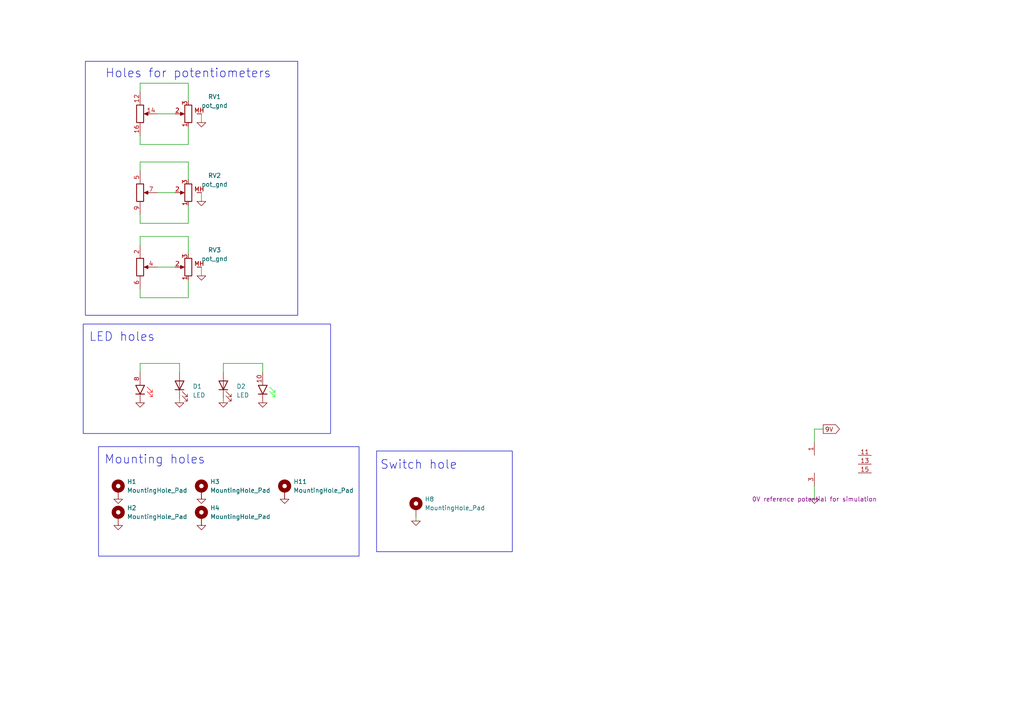
<source format=kicad_sch>
(kicad_sch (version 20250114) (generator "eeschema") (generator_version "9.0")
  (paper "A4")
  (lib_symbols
    (symbol "Device:LED" (pin_numbers (hide yes)) (pin_names (offset 1.016) (hide yes))
      (property "Reference" "D" (at 0 2.54 0))
      (property "Value" "LED" (at 0 -2.54 0))
      (symbol "LED_0_1"
        (polyline (pts (xy -3.048 -0.762) (xy -4.572 -2.286) (xy -3.81 -2.286) (xy -4.572 -2.286) (xy -4.572 -1.524)))
        (polyline (pts (xy -1.778 -0.762) (xy -3.302 -2.286) (xy -2.54 -2.286) (xy -3.302 -2.286) (xy -3.302 -1.524)))
        (polyline (pts (xy -1.27 0) (xy 1.27 0)))
        (polyline (pts (xy -1.27 -1.27) (xy -1.27 1.27)) (stroke (width 0.254)))
        (polyline (pts (xy 1.27 -1.27) (xy 1.27 1.27) (xy -1.27 0) (xy 1.27 -1.27)) (stroke (width 0.254)))
      )
      (symbol "LED_1_1"
        (pin passive line (at -3.81 0 0) (length 2.54) (name "K") (number "1"))
        (pin passive line (at 3.81 0 180) (length 2.54) (name "A") (number "2"))
      )
    )
    (symbol "Mechanical:MountingHole_Pad" (pin_numbers (hide yes)) (pin_names (offset 1.016) (hide yes)) (exclude_from_sim yes) (in_bom no)
      (property "Reference" "H" (at 0 6.35 0))
      (property "Value" "MountingHole_Pad" (at 0 4.445 0))
      (symbol "MountingHole_Pad_0_1"
        (circle (center 0 1.27) (radius 1.27) (stroke (width 1.27)))
      )
      (symbol "MountingHole_Pad_1_1"
        (pin input line (at 0 -2.54 90) (length 2.54) (name "1") (number "1"))
      )
    )
    (symbol "Simulation_SPICE:0" (power) (pin_numbers (hide yes)) (pin_names (offset 0) (hide yes))
      (property "Value" "0" (at 0 -2.54 0))
      (symbol "0_0_1"
        (polyline (pts (xy -1.27 0) (xy 0 -1.27) (xy 1.27 0) (xy -1.27 0)))
      )
      (symbol "0_1_1"
        (pin power_in line (at 0 0 0) (length 0) (name "~") (number "1"))
      )
    )
    (symbol "pedale:pot_gnd" (pin_names (offset 1.016) (hide yes))
      (property "Reference" "RV" (at 3.302 3.302 0))
      (property "Value" "pot_gnd" (at 9.652 -2.286 0))
      (symbol "pot_gnd_0_1"
        (rectangle (start 1.016 2.54) (end -1.016 -2.54) (stroke (width 0.254)))
        (polyline (pts (xy 1.143 0) (xy 2.286 0.508) (xy 2.286 -0.508) (xy 1.143 0)) (fill (type outline)))
        (polyline (pts (xy 2.54 0) (xy 1.524 0)))
      )
      (symbol "pot_gnd_1_1"
        (pin passive line (at -3.81 0 0) (length 1.27) (name "2") (number "MH"))
        (pin passive line (at 0 3.81 270) (length 1.27) (name "1") (number "1"))
        (pin passive line (at 0 -3.81 90) (length 1.27) (name "3") (number "3"))
        (pin passive line (at 3.81 0 180) (length 1.27) (name "2") (number "2"))
      )
    )
    (symbol "pedale:top_panel_connector" (pin_names (offset 1.016) (hide yes))
      (symbol "top_panel_connector_1_1"
        (rectangle (start 1.016 2.54) (end -1.016 -2.54) (stroke (width 0.254)))
        (polyline (pts (xy 1.143 0) (xy 2.286 0.508) (xy 2.286 -0.508) (xy 1.143 0)) (fill (type outline)))
        (polyline (pts (xy 2.54 0) (xy 1.524 0)))
        (pin passive line (at 0 6.35 270) (length 3.81) (name "Pin_2") (number "2"))
        (pin passive line (at 0 -6.35 90) (length 3.81) (name "Pin_6") (number "6"))
        (pin passive line (at 5.08 0 180) (length 3.81) (name "Pin_4") (number "4"))
      )
      (symbol "top_panel_connector_2_1"
        (rectangle (start 1.016 2.54) (end -1.016 -2.54) (stroke (width 0.254)))
        (polyline (pts (xy 1.143 0) (xy 2.286 0.508) (xy 2.286 -0.508) (xy 1.143 0)) (fill (type outline)))
        (polyline (pts (xy 2.54 0) (xy 1.524 0)))
        (pin passive line (at 0 6.35 270) (length 3.81) (name "Pin_5") (number "5"))
        (pin passive line (at 0 -6.35 90) (length 3.81) (name "Pin_9") (number "9"))
        (pin passive line (at 5.08 0 180) (length 3.81) (name "Pin_7") (number "7"))
      )
      (symbol "top_panel_connector_3_1"
        (rectangle (start 1.016 2.54) (end -1.016 -2.54) (stroke (width 0.254)))
        (polyline (pts (xy 1.143 0) (xy 2.286 0.508) (xy 2.286 -0.508) (xy 1.143 0)) (fill (type outline)))
        (polyline (pts (xy 2.54 0) (xy 1.524 0)))
        (pin passive line (at 0 6.35 270) (length 3.81) (name "Pin_12") (number "12"))
        (pin passive line (at 0 -6.35 90) (length 3.81) (name "Pin_16") (number "16"))
        (pin passive line (at 5.08 0 180) (length 3.81) (name "Pin_14") (number "14"))
      )
      (symbol "top_panel_connector_4_1"
        (polyline (pts (xy 0 -1.27) (xy 0 -3.81) (xy 1.27 -3.81) (xy 0 -5.08) (xy -1.27 -3.81) (xy 0 -3.81)))
        (polyline (pts (xy 1.27 1.27) (xy -1.27 1.27) (xy 0 -1.27) (xy 1.27 1.27)) (stroke (width 0.254)))
        (polyline (pts (xy 1.27 -1.27) (xy -1.27 -1.27)) (stroke (width 0.254)))
        (polyline (pts (xy 2.032 0.762) (xy 3.556 -0.762) (xy 3.556 0) (xy 3.556 -0.762) (xy 2.794 -0.762)) (stroke (width 0) (color 255 0 0 1)))
        (polyline (pts (xy 2.032 -0.508) (xy 3.556 -2.032) (xy 3.556 -1.27) (xy 3.556 -2.032) (xy 2.794 -2.032)) (stroke (width 0) (color 255 0 0 1)))
        (pin passive line (at 0 5.08 270) (length 3.81) (name "Pin_8") (number "8"))
      )
      (symbol "top_panel_connector_5_1"
        (polyline (pts (xy 0 -1.27) (xy 0 -3.81) (xy 1.27 -3.81) (xy 0 -5.08) (xy -1.27 -3.81) (xy 0 -3.81)))
        (polyline (pts (xy 1.27 1.27) (xy -1.27 1.27) (xy 0 -1.27) (xy 1.27 1.27)) (stroke (width 0.254)))
        (polyline (pts (xy 1.27 -1.27) (xy -1.27 -1.27)) (stroke (width 0.254)))
        (polyline (pts (xy 2.032 0.762) (xy 3.556 -0.762) (xy 3.556 0) (xy 3.556 -0.762) (xy 2.794 -0.762)) (stroke (width 0) (color 0 255 0 1)))
        (polyline (pts (xy 2.032 -0.508) (xy 3.556 -2.032) (xy 3.556 -1.27) (xy 3.556 -2.032) (xy 2.794 -2.032)) (stroke (width 0) (color 0 255 0 1)))
        (pin passive line (at 0 5.08 270) (length 3.81) (name "Pin_10") (number "10"))
      )
      (symbol "top_panel_connector_6_1"
        (pin passive line (at 0 12.7 270) (length 3.81) (name "VCC") (number "1"))
        (pin passive line (at 0 0 90) (length 3.81) (name "GND") (number "3"))
      )
      (symbol "top_panel_connector_7_1"
        (pin passive line (at 0 5.08 0) (length 3.81) (name "Pin_11") (number "11"))
        (pin passive line (at 0 2.54 0) (length 3.81) (name "Pin_13") (number "13"))
        (pin passive line (at 0 0 0) (length 3.81) (name "Pin_15") (number "15"))
      )
    )
  )
  (rectangle (start 24.765 17.78) (end 86.36 91.44))
  (rectangle (start 109.22 130.81) (end 148.59 160.02))
  (rectangle (start 24.13 93.98) (end 95.885 125.73))
  (rectangle (start 28.575 129.54) (end 104.14 161.29))
  (text "Mounting holes\n" (at 30.226 134.874 0) (effects (font (size 2.54 2.54)) (justify left bottom)))
  (text "Switch hole" (at 110.236 136.398 0) (effects (font (size 2.54 2.54)) (justify left bottom)))
  (text "LED holes\n" (at 25.781 99.314 0) (effects (font (size 2.54 2.54)) (justify left bottom)))
  (text "Holes for potentiometers\n" (at 30.48 22.86 0) (effects (font (size 2.54 2.54)) (justify left bottom)))
  (wire (pts (xy 40.64 105.41) (xy 52.07 105.41)))
  (wire (pts (xy 45.72 33.02) (xy 50.8 33.02)))
  (wire (pts (xy 54.61 29.21) (xy 54.61 24.13)))
  (wire (pts (xy 54.61 81.28) (xy 54.61 86.36)))
  (wire (pts (xy 40.64 41.91) (xy 40.64 39.37)))
  (wire (pts (xy 54.61 68.58) (xy 54.61 73.66)))
  (wire (pts (xy 54.61 52.07) (xy 54.61 46.99)))
  (wire (pts (xy 64.77 116.84) (xy 64.77 115.57)))
  (wire (pts (xy 40.64 64.77) (xy 40.64 62.23)))
  (wire (pts (xy 64.77 105.41) (xy 64.77 107.95)))
  (wire (pts (xy 120.65 149.86) (xy 120.65 151.13)))
  (wire (pts (xy 52.07 105.41) (xy 52.07 107.95)))
  (wire (pts (xy 40.64 24.13) (xy 40.64 26.67)))
  (wire (pts (xy 76.2 107.95) (xy 76.2 105.41)))
  (wire (pts (xy 54.61 46.99) (xy 40.64 46.99)))
  (wire (pts (xy 76.2 105.41) (xy 64.77 105.41)))
  (wire (pts (xy 238.76 124.46) (xy 236.22 124.46)))
  (wire (pts (xy 40.64 107.95) (xy 40.64 105.41)))
  (wire (pts (xy 40.64 86.36) (xy 40.64 83.82)))
  (wire (pts (xy 40.64 46.99) (xy 40.64 49.53)))
  (wire (pts (xy 45.72 55.88) (xy 50.8 55.88)))
  (wire (pts (xy 54.61 68.58) (xy 40.64 68.58)))
  (wire (pts (xy 54.61 64.77) (xy 40.64 64.77)))
  (wire (pts (xy 54.61 41.91) (xy 40.64 41.91)))
  (wire (pts (xy 45.72 77.47) (xy 50.8 77.47)))
  (wire (pts (xy 54.61 24.13) (xy 40.64 24.13)))
  (wire (pts (xy 58.42 35.56) (xy 58.42 33.02)))
  (wire (pts (xy 58.42 58.42) (xy 58.42 55.88)))
  (wire (pts (xy 52.07 116.84) (xy 52.07 115.57)))
  (wire (pts (xy 58.42 80.01) (xy 58.42 77.47)))
  (wire (pts (xy 54.61 86.36) (xy 40.64 86.36)))
  (wire (pts (xy 40.64 68.58) (xy 40.64 71.12)))
  (wire (pts (xy 54.61 36.83) (xy 54.61 41.91)))
  (wire (pts (xy 236.22 124.46) (xy 236.22 128.27)))
  (wire (pts (xy 54.61 59.69) (xy 54.61 64.77)))
  (wire (pts (xy 236.22 140.97) (xy 236.22 144.78)))
  (global_label "9V" (shape output) (at 238.76 124.46 0) (property "Intersheetrefs" "${INTERSHEET_REFS}" (effects (hide yes))))
  (symbol (lib_id "Simulation_SPICE:0") (at 58.42 58.42 0) (unit 1)
    (property "Reference" "#GND08" (effects (hide yes)))
    (property "Value" "0" (effects (hide yes)))
    (property "Datasheet" "https://ngspice.sourceforge.io/docs/ngspice-html-manual/manual.xhtml#subsec_Circuit_elements__device" (effects (hide yes)))
    (property "Description" "0V reference potential for simulation" (effects (hide yes)))
  )
  (symbol (lib_id "pedale:pot_gnd") (at 54.61 33.02 180) (unit 1)
    (property "Reference" "RV1" (at 62.23 28.0668 0))
    (property "Value" "pot_gnd" (at 62.23 30.6068 0))
    (property "Footprint" "pedale:top_plate_pot" (effects (hide yes)))
    (property "Description" "Potentiometer" (effects (hide yes)))
  )
  (symbol (lib_id "Simulation_SPICE:0") (at 58.42 144.78 0) (unit 1)
    (property "Reference" "#GND010" (effects (hide yes)))
    (property "Value" "0" (effects (hide yes)))
    (property "Datasheet" "https://ngspice.sourceforge.io/docs/ngspice-html-manual/manual.xhtml#subsec_Circuit_elements__device" (effects (hide yes)))
    (property "Description" "0V reference potential for simulation" (effects (hide yes)))
  )
  (symbol (lib_id "Mechanical:MountingHole_Pad") (at 82.55 142.24 0) (unit 1)
    (property "Reference" "H11" (at 85.09 139.6999 0) (effects (justify left)))
    (property "Value" "MountingHole_Pad" (at 85.09 142.2399 0) (effects (justify left)))
    (property "Footprint" "MountingHole:MountingHole_3.2mm_M3_DIN965_Pad_TopBottom" (effects (hide yes)))
    (property "Description" "Mounting Hole with connection" (effects (hide yes)))
  )
  (symbol (lib_id "Simulation_SPICE:0") (at 58.42 80.01 0) (unit 1)
    (property "Reference" "#GND09" (effects (hide yes)))
    (property "Value" "0" (effects (hide yes)))
    (property "Datasheet" "https://ngspice.sourceforge.io/docs/ngspice-html-manual/manual.xhtml#subsec_Circuit_elements__device" (effects (hide yes)))
    (property "Description" "0V reference potential for simulation" (effects (hide yes)))
  )
  (symbol (lib_id "pedale:top_panel_connector") (at 40.64 55.88 0) (unit 2)
    (property "Reference" "J1" (effects (hide yes)))
    (property "Value" "top_panel_connector" (effects (hide yes)))
    (property "Footprint" "pedale:IDC-Header_2x08_faux_SMD" (effects (hide yes)))
  )
  (symbol (lib_id "Simulation_SPICE:0") (at 58.42 152.4 0) (unit 1)
    (property "Reference" "#GND011" (effects (hide yes)))
    (property "Value" "0" (effects (hide yes)))
    (property "Datasheet" "https://ngspice.sourceforge.io/docs/ngspice-html-manual/manual.xhtml#subsec_Circuit_elements__device" (effects (hide yes)))
    (property "Description" "0V reference potential for simulation" (effects (hide yes)))
  )
  (symbol (lib_id "Simulation_SPICE:0") (at 82.55 144.78 0) (unit 1)
    (property "Reference" "#GND014" (effects (hide yes)))
    (property "Value" "0" (effects (hide yes)))
    (property "Datasheet" "https://ngspice.sourceforge.io/docs/ngspice-html-manual/manual.xhtml#subsec_Circuit_elements__device" (effects (hide yes)))
    (property "Description" "0V reference potential for simulation" (effects (hide yes)))
  )
  (symbol (lib_id "Mechanical:MountingHole_Pad") (at 58.42 149.86 0) (unit 1)
    (property "Reference" "H4" (at 60.96 147.3199 0) (effects (justify left)))
    (property "Value" "MountingHole_Pad" (at 60.96 149.8599 0) (effects (justify left)))
    (property "Footprint" "MountingHole:MountingHole_3.2mm_M3_DIN965_Pad_TopBottom" (effects (hide yes)))
    (property "Description" "Mounting Hole with connection" (effects (hide yes)))
  )
  (symbol (lib_id "Simulation_SPICE:0") (at 236.22 144.78 0) (unit 1)
    (property "Reference" "#GND023" (effects (hide yes)))
    (property "Value" "0" (effects (hide yes)))
    (property "Datasheet" "https://ngspice.sourceforge.io/docs/ngspice-html-manual/manual.xhtml#subsec_Circuit_elements__device" (effects (hide yes)))
    (property "Description" "0V reference potential for simulation" (at 236.22 144.78 0))
  )
  (symbol (lib_id "Mechanical:MountingHole_Pad") (at 58.42 142.24 0) (unit 1)
    (property "Reference" "H3" (at 60.96 139.6999 0) (effects (justify left)))
    (property "Value" "MountingHole_Pad" (at 60.96 142.2399 0) (effects (justify left)))
    (property "Footprint" "MountingHole:MountingHole_3.2mm_M3_DIN965_Pad_TopBottom" (effects (hide yes)))
    (property "Description" "Mounting Hole with connection" (effects (hide yes)))
  )
  (symbol (lib_id "pedale:top_panel_connector") (at 236.22 140.97 0) (unit 6)
    (property "Reference" "J1" (effects (hide yes)))
    (property "Value" "top_panel_connector" (effects (hide yes)))
    (property "Footprint" "pedale:IDC-Header_2x08_faux_SMD" (effects (hide yes)))
  )
  (symbol (lib_id "pedale:top_panel_connector") (at 40.64 33.02 0) (unit 3)
    (property "Reference" "J1" (effects (hide yes)))
    (property "Value" "top_panel_connector" (effects (hide yes)))
    (property "Footprint" "pedale:IDC-Header_2x08_faux_SMD" (effects (hide yes)))
  )
  (symbol (lib_id "Simulation_SPICE:0") (at 120.65 151.13 0) (unit 1)
    (property "Reference" "#GND04" (effects (hide yes)))
    (property "Value" "0" (effects (hide yes)))
    (property "Datasheet" "https://ngspice.sourceforge.io/docs/ngspice-html-manual/manual.xhtml#subsec_Circuit_elements__device" (effects (hide yes)))
    (property "Description" "0V reference potential for simulation" (effects (hide yes)))
  )
  (symbol (lib_id "Simulation_SPICE:0") (at 64.77 116.84 0) (unit 1)
    (property "Reference" "#GND06" (effects (hide yes)))
    (property "Value" "0" (effects (hide yes)))
    (property "Datasheet" "https://ngspice.sourceforge.io/docs/ngspice-html-manual/manual.xhtml#subsec_Circuit_elements__device" (effects (hide yes)))
    (property "Description" "0V reference potential for simulation" (effects (hide yes)))
  )
  (symbol (lib_id "Device:LED") (at 52.07 111.76 90) (unit 1)
    (property "Reference" "D1" (at 55.88 112.0774 90) (effects (justify right)))
    (property "Value" "LED" (at 55.88 114.6174 90) (effects (justify right)))
    (property "Footprint" "pedale:red_led" (effects (hide yes)))
    (property "Description" "Light emitting diode" (effects (hide yes)))
    (property "Sim.Pins" "1=K 2=A" (effects (hide yes)))
  )
  (symbol (lib_id "pedale:top_panel_connector") (at 76.2 113.03 0) (unit 5)
    (property "Reference" "J1" (effects (hide yes)))
    (property "Value" "top_panel_connector" (effects (hide yes)))
    (property "Footprint" "pedale:IDC-Header_2x08_faux_SMD" (effects (hide yes)))
  )
  (symbol (lib_id "Simulation_SPICE:0") (at 34.29 152.4 0) (unit 1)
    (property "Reference" "#GND013" (effects (hide yes)))
    (property "Value" "0" (effects (hide yes)))
    (property "Datasheet" "https://ngspice.sourceforge.io/docs/ngspice-html-manual/manual.xhtml#subsec_Circuit_elements__device" (effects (hide yes)))
    (property "Description" "0V reference potential for simulation" (effects (hide yes)))
  )
  (symbol (lib_id "Device:LED") (at 64.77 111.76 90) (unit 1)
    (property "Reference" "D2" (at 68.58 112.0774 90) (effects (justify right)))
    (property "Value" "LED" (at 68.58 114.6174 90) (effects (justify right)))
    (property "Footprint" "pedale:green_led" (effects (hide yes)))
    (property "Description" "Light emitting diode" (effects (hide yes)))
    (property "Sim.Pins" "1=K 2=A" (effects (hide yes)))
  )
  (symbol (lib_id "Simulation_SPICE:0") (at 52.07 116.84 0) (unit 1)
    (property "Reference" "#GND05" (effects (hide yes)))
    (property "Value" "0" (effects (hide yes)))
    (property "Datasheet" "https://ngspice.sourceforge.io/docs/ngspice-html-manual/manual.xhtml#subsec_Circuit_elements__device" (effects (hide yes)))
    (property "Description" "0V reference potential for simulation" (effects (hide yes)))
  )
  (symbol (lib_id "pedale:top_panel_connector") (at 40.64 113.03 0) (unit 4)
    (property "Reference" "J1" (effects (hide yes)))
    (property "Value" "top_panel_connector" (effects (hide yes)))
    (property "Footprint" "pedale:IDC-Header_2x08_faux_SMD" (effects (hide yes)))
  )
  (symbol (lib_id "pedale:pot_gnd") (at 54.61 55.88 180) (unit 1)
    (property "Reference" "RV2" (at 62.23 50.9268 0))
    (property "Value" "pot_gnd" (at 62.23 53.4668 0))
    (property "Footprint" "pedale:top_plate_pot" (effects (hide yes)))
    (property "Description" "Potentiometer" (effects (hide yes)))
  )
  (symbol (lib_id "pedale:pot_gnd") (at 54.61 77.47 180) (unit 1)
    (property "Reference" "RV3" (at 62.23 72.5168 0))
    (property "Value" "pot_gnd" (at 62.23 75.0568 0))
    (property "Footprint" "pedale:top_plate_pot" (effects (hide yes)))
    (property "Description" "Potentiometer" (effects (hide yes)))
  )
  (symbol (lib_id "Mechanical:MountingHole_Pad") (at 34.29 142.24 0) (unit 1)
    (property "Reference" "H1" (at 36.83 139.6999 0) (effects (justify left)))
    (property "Value" "MountingHole_Pad" (at 36.83 142.2399 0) (effects (justify left)))
    (property "Footprint" "MountingHole:MountingHole_3.2mm_M3_DIN965_Pad_TopBottom" (effects (hide yes)))
    (property "Description" "Mounting Hole with connection" (effects (hide yes)))
  )
  (symbol (lib_id "Simulation_SPICE:0") (at 34.29 144.78 0) (unit 1)
    (property "Reference" "#GND012" (effects (hide yes)))
    (property "Value" "0" (effects (hide yes)))
    (property "Datasheet" "https://ngspice.sourceforge.io/docs/ngspice-html-manual/manual.xhtml#subsec_Circuit_elements__device" (effects (hide yes)))
    (property "Description" "0V reference potential for simulation" (effects (hide yes)))
  )
  (symbol (lib_id "pedale:top_panel_connector") (at 248.92 137.16 0) (unit 7)
    (property "Reference" "J1" (effects (hide yes)))
    (property "Value" "top_panel_connector" (effects (hide yes)))
    (property "Footprint" "pedale:IDC-Header_2x08_faux_SMD" (effects (hide yes)))
  )
  (symbol (lib_id "Mechanical:MountingHole_Pad") (at 34.29 149.86 0) (unit 1)
    (property "Reference" "H2" (at 36.83 147.3199 0) (effects (justify left)))
    (property "Value" "MountingHole_Pad" (at 36.83 149.8599 0) (effects (justify left)))
    (property "Footprint" "MountingHole:MountingHole_3.2mm_M3_DIN965_Pad_TopBottom" (effects (hide yes)))
    (property "Description" "Mounting Hole with connection" (effects (hide yes)))
  )
  (symbol (lib_id "Mechanical:MountingHole_Pad") (at 120.65 147.32 0) (unit 1) (in_bom no)
    (property "Reference" "H8" (at 123.19 144.7799 0) (effects (justify left)))
    (property "Value" "MountingHole_Pad" (at 123.19 147.3199 0) (effects (justify left)))
    (property "Footprint" "pedale:plated_switch_hole" (effects (hide yes)))
    (property "Description" "Mounting Hole with connection" (effects (hide yes)))
  )
  (symbol (lib_id "Simulation_SPICE:0") (at 58.42 35.56 0) (unit 1)
    (property "Reference" "#GND07" (effects (hide yes)))
    (property "Value" "0" (effects (hide yes)))
    (property "Datasheet" "https://ngspice.sourceforge.io/docs/ngspice-html-manual/manual.xhtml#subsec_Circuit_elements__device" (effects (hide yes)))
    (property "Description" "0V reference potential for simulation" (effects (hide yes)))
  )
  (symbol (lib_id "pedale:top_panel_connector") (at 40.64 77.47 0) (unit 1)
    (property "Reference" "J1" (effects (hide yes)))
    (property "Value" "top_panel_connector" (effects (hide yes)))
    (property "Footprint" "pedale:IDC-Header_2x08_faux_SMD" (effects (hide yes)))
  )
)
</source>
